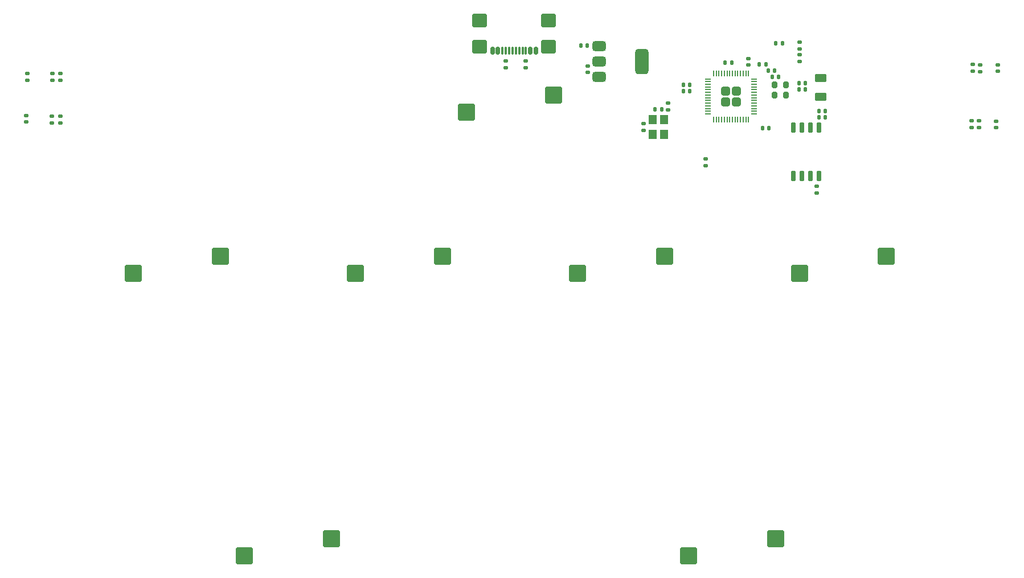
<source format=gbr>
%TF.GenerationSoftware,KiCad,Pcbnew,8.0.6*%
%TF.CreationDate,2024-11-30T20:27:04+08:00*%
%TF.ProjectId,PH-AC,50482d41-432e-46b6-9963-61645f706362,Rev2.3*%
%TF.SameCoordinates,PX405f7e0PY328b740*%
%TF.FileFunction,Paste,Bot*%
%TF.FilePolarity,Positive*%
%FSLAX46Y46*%
G04 Gerber Fmt 4.6, Leading zero omitted, Abs format (unit mm)*
G04 Created by KiCad (PCBNEW 8.0.6) date 2024-11-30 20:27:04*
%MOMM*%
%LPD*%
G01*
G04 APERTURE LIST*
G04 Aperture macros list*
%AMRoundRect*
0 Rectangle with rounded corners*
0 $1 Rounding radius*
0 $2 $3 $4 $5 $6 $7 $8 $9 X,Y pos of 4 corners*
0 Add a 4 corners polygon primitive as box body*
4,1,4,$2,$3,$4,$5,$6,$7,$8,$9,$2,$3,0*
0 Add four circle primitives for the rounded corners*
1,1,$1+$1,$2,$3*
1,1,$1+$1,$4,$5*
1,1,$1+$1,$6,$7*
1,1,$1+$1,$8,$9*
0 Add four rect primitives between the rounded corners*
20,1,$1+$1,$2,$3,$4,$5,0*
20,1,$1+$1,$4,$5,$6,$7,0*
20,1,$1+$1,$6,$7,$8,$9,0*
20,1,$1+$1,$8,$9,$2,$3,0*%
G04 Aperture macros list end*
%ADD10RoundRect,0.250000X-1.025000X-1.000000X1.025000X-1.000000X1.025000X1.000000X-1.025000X1.000000X0*%
%ADD11RoundRect,0.140000X-0.140000X-0.170000X0.140000X-0.170000X0.140000X0.170000X-0.140000X0.170000X0*%
%ADD12RoundRect,0.375000X-0.625000X-0.375000X0.625000X-0.375000X0.625000X0.375000X-0.625000X0.375000X0*%
%ADD13RoundRect,0.500000X-0.500000X-1.400000X0.500000X-1.400000X0.500000X1.400000X-0.500000X1.400000X0*%
%ADD14RoundRect,0.140000X-0.170000X0.140000X-0.170000X-0.140000X0.170000X-0.140000X0.170000X0.140000X0*%
%ADD15RoundRect,0.135000X-0.185000X0.135000X-0.185000X-0.135000X0.185000X-0.135000X0.185000X0.135000X0*%
%ADD16RoundRect,0.140000X0.170000X-0.140000X0.170000X0.140000X-0.170000X0.140000X-0.170000X-0.140000X0*%
%ADD17RoundRect,0.140000X0.140000X0.170000X-0.140000X0.170000X-0.140000X-0.170000X0.140000X-0.170000X0*%
%ADD18RoundRect,0.150000X-0.150000X-0.425000X0.150000X-0.425000X0.150000X0.425000X-0.150000X0.425000X0*%
%ADD19RoundRect,0.075000X-0.075000X-0.500000X0.075000X-0.500000X0.075000X0.500000X-0.075000X0.500000X0*%
%ADD20RoundRect,0.250000X-0.840000X-0.750000X0.840000X-0.750000X0.840000X0.750000X-0.840000X0.750000X0*%
%ADD21RoundRect,0.135000X-0.135000X-0.185000X0.135000X-0.185000X0.135000X0.185000X-0.135000X0.185000X0*%
%ADD22R,1.200000X1.400000*%
%ADD23RoundRect,0.135000X0.185000X-0.135000X0.185000X0.135000X-0.185000X0.135000X-0.185000X-0.135000X0*%
%ADD24RoundRect,0.249999X0.395001X-0.395001X0.395001X0.395001X-0.395001X0.395001X-0.395001X-0.395001X0*%
%ADD25RoundRect,0.050000X0.050000X-0.387500X0.050000X0.387500X-0.050000X0.387500X-0.050000X-0.387500X0*%
%ADD26RoundRect,0.050000X0.387500X-0.050000X0.387500X0.050000X-0.387500X0.050000X-0.387500X-0.050000X0*%
%ADD27RoundRect,0.200000X0.200000X0.275000X-0.200000X0.275000X-0.200000X-0.275000X0.200000X-0.275000X0*%
%ADD28RoundRect,0.250000X0.625000X-0.375000X0.625000X0.375000X-0.625000X0.375000X-0.625000X-0.375000X0*%
%ADD29RoundRect,0.150000X0.150000X-0.650000X0.150000X0.650000X-0.150000X0.650000X-0.150000X-0.650000X0*%
G04 APERTURE END LIST*
D10*
%TO.C,SW1*%
X29665000Y-38035000D03*
X42592000Y-35495000D03*
%TD*%
%TO.C,SW0*%
X79165000Y-14035000D03*
X92092000Y-11495000D03*
%TD*%
%TO.C,SW4*%
X128665000Y-38035000D03*
X141592000Y-35495000D03*
%TD*%
%TO.C,SW2*%
X62665000Y-38035000D03*
X75592000Y-35495000D03*
%TD*%
%TO.C,SW5*%
X46165000Y-80035000D03*
X59092000Y-77495000D03*
%TD*%
%TO.C,SW3*%
X95665000Y-38035000D03*
X108592000Y-35495000D03*
%TD*%
%TO.C,SW6*%
X112165000Y-80035000D03*
X125092000Y-77495000D03*
%TD*%
D11*
%TO.C,C11*%
X122690000Y-6955000D03*
X123650000Y-6955000D03*
%TD*%
%TO.C,C7*%
X128570000Y-10725000D03*
X129530000Y-10725000D03*
%TD*%
D12*
%TO.C,U2*%
X98900000Y-8825000D03*
X98900000Y-6525000D03*
D13*
X105200000Y-6525000D03*
D12*
X98900000Y-4225000D03*
%TD*%
D11*
%TO.C,C9*%
X124600000Y-8805000D03*
X125560000Y-8805000D03*
%TD*%
D14*
%TO.C,C16*%
X13880000Y-8340000D03*
X13880000Y-9300000D03*
%TD*%
D15*
%TO.C,R12*%
X109100000Y-12715000D03*
X109100000Y-13735000D03*
%TD*%
D16*
%TO.C,C6*%
X121100000Y-7035000D03*
X121100000Y-6075000D03*
%TD*%
D17*
%TO.C,C3*%
X112350000Y-10925000D03*
X111390000Y-10925000D03*
%TD*%
D18*
%TO.C,J1*%
X83050000Y-4930000D03*
X83850000Y-4930000D03*
D19*
X85000000Y-4930000D03*
X86000000Y-4930000D03*
X86500000Y-4930000D03*
X87500000Y-4930000D03*
D18*
X88650000Y-4930000D03*
X89450000Y-4930000D03*
X89450000Y-4930000D03*
X88650000Y-4930000D03*
D19*
X88000000Y-4930000D03*
X87000000Y-4930000D03*
X85500000Y-4930000D03*
X84500000Y-4930000D03*
D18*
X83850000Y-4930000D03*
X83050000Y-4930000D03*
D20*
X81140000Y-425000D03*
X81140000Y-4355000D03*
X91360000Y-425000D03*
X91360000Y-4355000D03*
%TD*%
D21*
%TO.C,R13*%
X125130000Y-3825000D03*
X126150000Y-3825000D03*
%TD*%
D22*
%TO.C,Y1*%
X106850000Y-17375000D03*
X106850000Y-15175000D03*
X108550000Y-15175000D03*
X108550000Y-17375000D03*
%TD*%
D11*
%TO.C,C15*%
X131570000Y-14825000D03*
X132530000Y-14825000D03*
%TD*%
D23*
%TO.C,R11*%
X155525000Y-8030000D03*
X155525000Y-7010000D03*
%TD*%
%TO.C,R8*%
X17550000Y-15675000D03*
X17550000Y-14655000D03*
%TD*%
D15*
%TO.C,R10*%
X17580000Y-8325000D03*
X17580000Y-9345000D03*
%TD*%
D14*
%TO.C,C19*%
X158125000Y-7025000D03*
X158125000Y-7985000D03*
%TD*%
D24*
%TO.C,U1*%
X117700000Y-12525000D03*
X119300000Y-12525000D03*
X117700000Y-10925000D03*
X119300000Y-10925000D03*
D25*
X121100000Y-15162500D03*
X120700000Y-15162500D03*
X120300000Y-15162500D03*
X119900000Y-15162500D03*
X119500000Y-15162500D03*
X119100000Y-15162500D03*
X118700000Y-15162500D03*
X118300000Y-15162500D03*
X117900000Y-15162500D03*
X117500000Y-15162500D03*
X117100000Y-15162500D03*
X116700000Y-15162500D03*
X116300000Y-15162500D03*
X115900000Y-15162500D03*
D26*
X115062500Y-14325000D03*
X115062500Y-13925000D03*
X115062500Y-13525000D03*
X115062500Y-13125000D03*
X115062500Y-12725000D03*
X115062500Y-12325000D03*
X115062500Y-11925000D03*
X115062500Y-11525000D03*
X115062500Y-11125000D03*
X115062500Y-10725000D03*
X115062500Y-10325000D03*
X115062500Y-9925000D03*
X115062500Y-9525000D03*
X115062500Y-9125000D03*
D25*
X115900000Y-8287500D03*
X116300000Y-8287500D03*
X116700000Y-8287500D03*
X117100000Y-8287500D03*
X117500000Y-8287500D03*
X117900000Y-8287500D03*
X118300000Y-8287500D03*
X118700000Y-8287500D03*
X119100000Y-8287500D03*
X119500000Y-8287500D03*
X119900000Y-8287500D03*
X120300000Y-8287500D03*
X120700000Y-8287500D03*
X121100000Y-8287500D03*
D26*
X121937500Y-9125000D03*
X121937500Y-9525000D03*
X121937500Y-9925000D03*
X121937500Y-10325000D03*
X121937500Y-10725000D03*
X121937500Y-11125000D03*
X121937500Y-11525000D03*
X121937500Y-11925000D03*
X121937500Y-12325000D03*
X121937500Y-12725000D03*
X121937500Y-13125000D03*
X121937500Y-13525000D03*
X121937500Y-13925000D03*
X121937500Y-14325000D03*
%TD*%
D11*
%TO.C,C2*%
X128570000Y-9775000D03*
X129530000Y-9775000D03*
%TD*%
D27*
%TO.C,R3*%
X126625000Y-11525000D03*
X124975000Y-11525000D03*
%TD*%
D17*
%TO.C,C12*%
X97130000Y-4175000D03*
X96170000Y-4175000D03*
%TD*%
D14*
%TO.C,C20*%
X157925000Y-15400000D03*
X157925000Y-16360000D03*
%TD*%
D15*
%TO.C,R15*%
X88000000Y-6455000D03*
X88000000Y-7475000D03*
%TD*%
D28*
%TO.C,D2*%
X131800000Y-11775000D03*
X131800000Y-8975000D03*
%TD*%
D23*
%TO.C,R2*%
X128650000Y-6535000D03*
X128650000Y-5515000D03*
%TD*%
D27*
%TO.C,R4*%
X126625000Y-10025000D03*
X124975000Y-10025000D03*
%TD*%
D29*
%TO.C,U3*%
X131605000Y-23575000D03*
X130335000Y-23575000D03*
X129065000Y-23575000D03*
X127795000Y-23575000D03*
X127795000Y-16375000D03*
X129065000Y-16375000D03*
X130335000Y-16375000D03*
X131605000Y-16375000D03*
%TD*%
D23*
%TO.C,R9*%
X131200000Y-26135000D03*
X131200000Y-25115000D03*
%TD*%
D15*
%TO.C,R0*%
X18800000Y-14665000D03*
X18800000Y-15685000D03*
%TD*%
D11*
%TO.C,C4*%
X123190000Y-16425000D03*
X124150000Y-16425000D03*
%TD*%
%TO.C,C10*%
X123990000Y-7875000D03*
X124950000Y-7875000D03*
%TD*%
D15*
%TO.C,R7*%
X154275000Y-15365000D03*
X154275000Y-16385000D03*
%TD*%
D14*
%TO.C,C13*%
X97150000Y-7195000D03*
X97150000Y-8155000D03*
%TD*%
%TO.C,C0*%
X13750000Y-14590000D03*
X13750000Y-15550000D03*
%TD*%
D15*
%TO.C,R14*%
X85000000Y-6455000D03*
X85000000Y-7475000D03*
%TD*%
%TO.C,R6*%
X154400000Y-7000000D03*
X154400000Y-8020000D03*
%TD*%
D14*
%TO.C,C5*%
X114750000Y-21040000D03*
X114750000Y-22000000D03*
%TD*%
D11*
%TO.C,C1*%
X117620000Y-6725000D03*
X118580000Y-6725000D03*
%TD*%
%TO.C,C14*%
X131570000Y-13875000D03*
X132530000Y-13875000D03*
%TD*%
D17*
%TO.C,C18*%
X108180000Y-13675000D03*
X107220000Y-13675000D03*
%TD*%
D16*
%TO.C,C17*%
X105500000Y-16755000D03*
X105500000Y-15795000D03*
%TD*%
D15*
%TO.C,R5*%
X18830000Y-8320000D03*
X18830000Y-9340000D03*
%TD*%
D23*
%TO.C,R1*%
X128650000Y-4675000D03*
X128650000Y-3655000D03*
%TD*%
D15*
%TO.C,R16*%
X155325000Y-15365000D03*
X155325000Y-16385000D03*
%TD*%
D17*
%TO.C,C8*%
X112350000Y-9975000D03*
X111390000Y-9975000D03*
%TD*%
M02*

</source>
